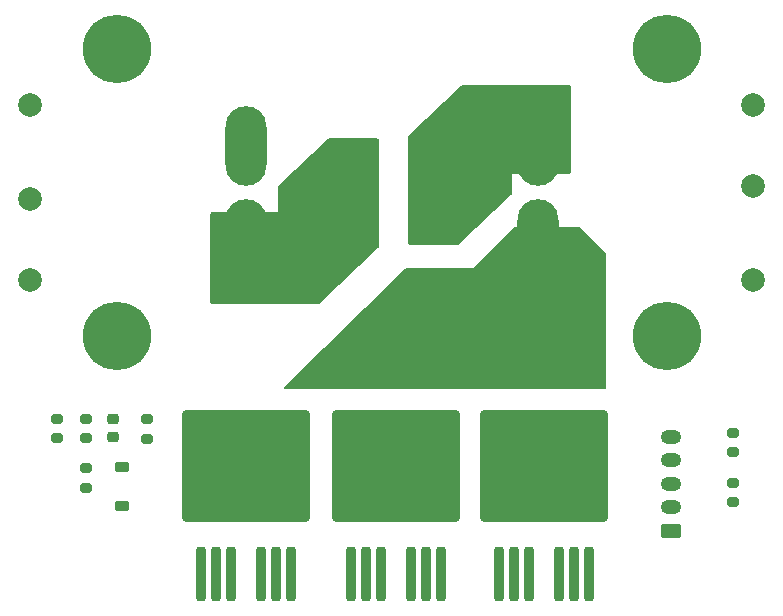
<source format=gbr>
%TF.GenerationSoftware,KiCad,Pcbnew,8.0.5*%
%TF.CreationDate,2025-05-09T00:08:28-04:00*%
%TF.ProjectId,precharge-electrium-f24,70726563-6861-4726-9765-2d656c656374,rev?*%
%TF.SameCoordinates,Original*%
%TF.FileFunction,Soldermask,Top*%
%TF.FilePolarity,Negative*%
%FSLAX46Y46*%
G04 Gerber Fmt 4.6, Leading zero omitted, Abs format (unit mm)*
G04 Created by KiCad (PCBNEW 8.0.5) date 2025-05-09 00:08:28*
%MOMM*%
%LPD*%
G01*
G04 APERTURE LIST*
G04 Aperture macros list*
%AMRoundRect*
0 Rectangle with rounded corners*
0 $1 Rounding radius*
0 $2 $3 $4 $5 $6 $7 $8 $9 X,Y pos of 4 corners*
0 Add a 4 corners polygon primitive as box body*
4,1,4,$2,$3,$4,$5,$6,$7,$8,$9,$2,$3,0*
0 Add four circle primitives for the rounded corners*
1,1,$1+$1,$2,$3*
1,1,$1+$1,$4,$5*
1,1,$1+$1,$6,$7*
1,1,$1+$1,$8,$9*
0 Add four rect primitives between the rounded corners*
20,1,$1+$1,$2,$3,$4,$5,0*
20,1,$1+$1,$4,$5,$6,$7,0*
20,1,$1+$1,$6,$7,$8,$9,0*
20,1,$1+$1,$8,$9,$2,$3,0*%
G04 Aperture macros list end*
%ADD10RoundRect,0.200000X-0.275000X0.200000X-0.275000X-0.200000X0.275000X-0.200000X0.275000X0.200000X0*%
%ADD11RoundRect,0.200000X0.200000X-2.100000X0.200000X2.100000X-0.200000X2.100000X-0.200000X-2.100000X0*%
%ADD12RoundRect,0.250002X5.149998X-4.449998X5.149998X4.449998X-5.149998X4.449998X-5.149998X-4.449998X0*%
%ADD13RoundRect,0.225000X-0.375000X0.225000X-0.375000X-0.225000X0.375000X-0.225000X0.375000X0.225000X0*%
%ADD14C,2.780000*%
%ADD15RoundRect,0.250000X0.625000X-0.350000X0.625000X0.350000X-0.625000X0.350000X-0.625000X-0.350000X0*%
%ADD16O,1.750000X1.200000*%
%ADD17O,3.474000X6.744000*%
%ADD18C,5.790000*%
%ADD19C,2.004000*%
%ADD20RoundRect,0.225000X-0.250000X0.225000X-0.250000X-0.225000X0.250000X-0.225000X0.250000X0.225000X0*%
G04 APERTURE END LIST*
D10*
%TO.C,R3*%
X121250000Y-124975000D03*
X121250000Y-126625000D03*
%TD*%
D11*
%TO.C,Q1*%
X133415000Y-138150000D03*
X134685000Y-138150000D03*
X135955000Y-138150000D03*
D12*
X137225000Y-129000000D03*
D11*
X138495000Y-138150000D03*
X139765000Y-138150000D03*
X141035000Y-138150000D03*
%TD*%
D13*
%TO.C,D1*%
X126750000Y-129100000D03*
X126750000Y-132400000D03*
%TD*%
D11*
%TO.C,Q2*%
X146190000Y-138150000D03*
X147460000Y-138150000D03*
X148730000Y-138150000D03*
D12*
X150000000Y-129000000D03*
D11*
X151270000Y-138150000D03*
X152540000Y-138150000D03*
X153810000Y-138150000D03*
%TD*%
D14*
%TO.C,F1*%
X144740000Y-104200000D03*
X144740000Y-107600000D03*
X154660000Y-104200000D03*
X154660000Y-107600000D03*
%TD*%
D15*
%TO.C,J3*%
X173250000Y-134500000D03*
D16*
X173250000Y-132500000D03*
X173250000Y-130500000D03*
X173250000Y-128500000D03*
X173250000Y-126500000D03*
%TD*%
D10*
%TO.C,R1*%
X123750000Y-125000000D03*
X123750000Y-126650000D03*
%TD*%
%TO.C,R4*%
X178500000Y-130425000D03*
X178500000Y-132075000D03*
%TD*%
D17*
%TO.C,J1*%
X137255000Y-109795000D03*
X137255000Y-101895000D03*
D18*
X126335000Y-118000000D03*
X126335000Y-93690000D03*
D19*
X119015000Y-113235000D03*
X119015000Y-98455000D03*
X119015000Y-106375000D03*
%TD*%
D10*
%TO.C,R5*%
X128900000Y-125025000D03*
X128900000Y-126675000D03*
%TD*%
D20*
%TO.C,C1*%
X126000000Y-124975000D03*
X126000000Y-126525000D03*
%TD*%
D10*
%TO.C,R2*%
X123750000Y-129175000D03*
X123750000Y-130825000D03*
%TD*%
D17*
%TO.C,J2*%
X161945000Y-101895000D03*
X161945000Y-109795000D03*
D18*
X172865000Y-93690000D03*
X172865000Y-118000000D03*
D19*
X180185000Y-98455000D03*
X180185000Y-113235000D03*
X180185000Y-105315000D03*
%TD*%
D10*
%TO.C,R6*%
X178500000Y-126175000D03*
X178500000Y-127825000D03*
%TD*%
D11*
%TO.C,Q3*%
X158690000Y-138150000D03*
X159960000Y-138150000D03*
X161230000Y-138150000D03*
D12*
X162500000Y-129000000D03*
D11*
X163770000Y-138150000D03*
X165040000Y-138150000D03*
X166310000Y-138150000D03*
%TD*%
G36*
X148443039Y-101269685D02*
G01*
X148488794Y-101322489D01*
X148500000Y-101374000D01*
X148500000Y-110446765D01*
X148480315Y-110513804D01*
X148461405Y-110536665D01*
X143535895Y-115215900D01*
X143473734Y-115247802D01*
X143450490Y-115250000D01*
X134374000Y-115250000D01*
X134306961Y-115230315D01*
X134261206Y-115177511D01*
X134250000Y-115126000D01*
X134250000Y-107624000D01*
X134269685Y-107556961D01*
X134322489Y-107511206D01*
X134374000Y-107500000D01*
X140000000Y-107500000D01*
X140000000Y-105303577D01*
X140019685Y-105236538D01*
X140039015Y-105213280D01*
X144214191Y-101283703D01*
X144276500Y-101252091D01*
X144299176Y-101250000D01*
X148376000Y-101250000D01*
X148443039Y-101269685D01*
G37*
G36*
X164693039Y-96769685D02*
G01*
X164738794Y-96822489D01*
X164750000Y-96874000D01*
X164750000Y-104126000D01*
X164730315Y-104193039D01*
X164677511Y-104238794D01*
X164626000Y-104250000D01*
X159750000Y-104250000D01*
X159750000Y-105946550D01*
X159730315Y-106013589D01*
X159711141Y-106036700D01*
X155285841Y-110216150D01*
X155223587Y-110247870D01*
X155200700Y-110250000D01*
X151124000Y-110250000D01*
X151056961Y-110230315D01*
X151011206Y-110177511D01*
X151000000Y-110126000D01*
X151000000Y-101053449D01*
X151019685Y-100986410D01*
X151038859Y-100963299D01*
X155464159Y-96783850D01*
X155526413Y-96752130D01*
X155549300Y-96750000D01*
X164626000Y-96750000D01*
X164693039Y-96769685D01*
G37*
G36*
X165515677Y-108769685D02*
G01*
X165536319Y-108786319D01*
X167713681Y-110963681D01*
X167747166Y-111025004D01*
X167750000Y-111051362D01*
X167750000Y-122376000D01*
X167730315Y-122443039D01*
X167677511Y-122488794D01*
X167626000Y-122500000D01*
X140554539Y-122500000D01*
X140487500Y-122480315D01*
X140441745Y-122427511D01*
X140431801Y-122358353D01*
X140460826Y-122294797D01*
X140467920Y-122287269D01*
X150713871Y-112285269D01*
X150775594Y-112252525D01*
X150800490Y-112250000D01*
X156500000Y-112250000D01*
X156500000Y-112249999D01*
X159963681Y-108786319D01*
X160025004Y-108752834D01*
X160051362Y-108750000D01*
X165448638Y-108750000D01*
X165515677Y-108769685D01*
G37*
M02*

</source>
